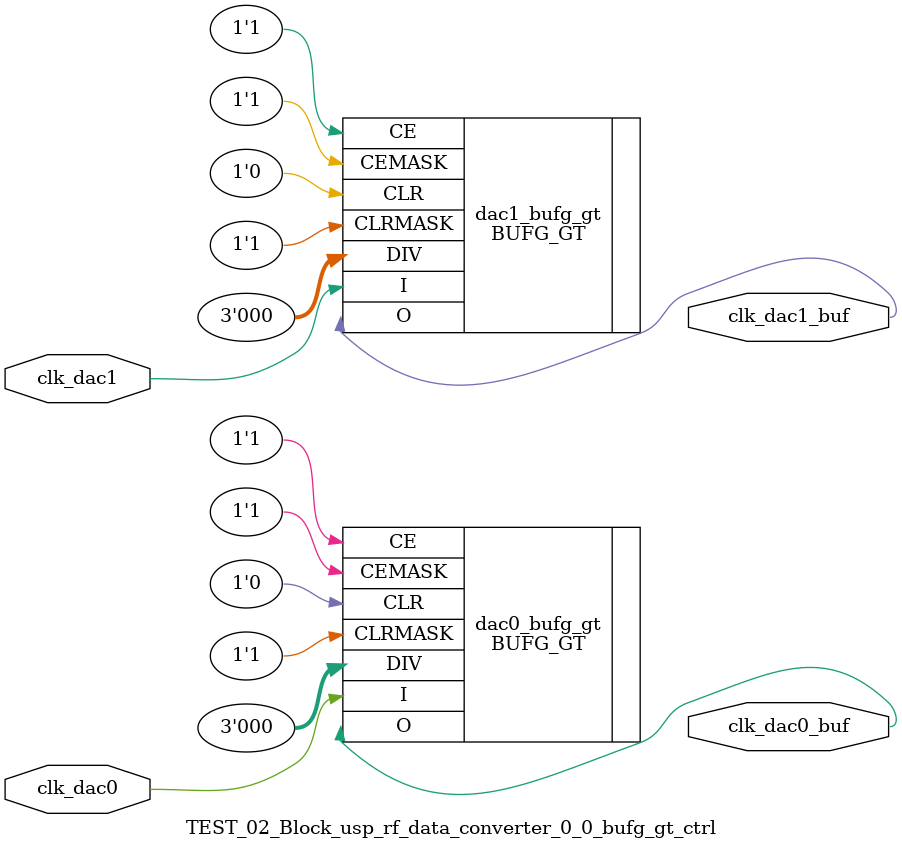
<source format=v>

`timescale 1ns / 1ps

(* DowngradeIPIdentifiedWarnings="yes" *)
module TEST_02_Block_usp_rf_data_converter_0_0_bufg_gt_ctrl (
  // DAC Fabric Feedback Clock for Tile 0
  input    clk_dac0,
  output   clk_dac0_buf,
      
  // DAC Fabric Feedback Clock for Tile 1
  input    clk_dac1,
  output   clk_dac1_buf
      
);

  BUFG_GT dac0_bufg_gt
  (
    .I       (clk_dac0),
    .CE      (1'b1),
    .CEMASK  (1'b1),
    .CLR     (1'b0),
    .CLRMASK (1'b1),
    .DIV     (3'b000),
    .O       (clk_dac0_buf)
  );  

  BUFG_GT dac1_bufg_gt
  (
    .I       (clk_dac1),
    .CE      (1'b1),
    .CEMASK  (1'b1),
    .CLR     (1'b0),
    .CLRMASK (1'b1),
    .DIV     (3'b000),
    .O       (clk_dac1_buf)
  );  

 
endmodule

</source>
